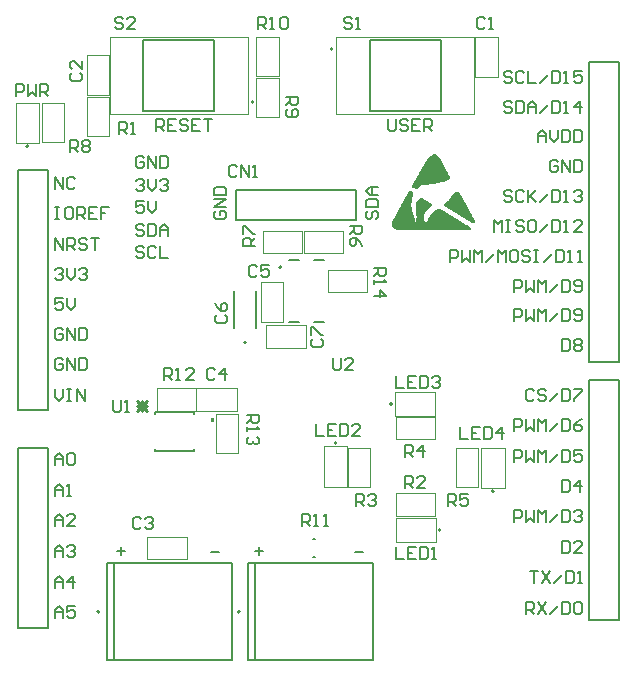
<source format=gto>
G04*
G04 #@! TF.GenerationSoftware,Altium Limited,Altium Designer,24.3.1 (35)*
G04*
G04 Layer_Color=65535*
%FSLAX25Y25*%
%MOIN*%
G70*
G04*
G04 #@! TF.SameCoordinates,DE864B26-D939-457F-A8F5-E13979E0EDEB*
G04*
G04*
G04 #@! TF.FilePolarity,Positive*
G04*
G01*
G75*
%ADD10C,0.00787*%
%ADD11C,0.00500*%
%ADD12C,0.00197*%
%ADD13C,0.00600*%
%ADD14C,0.01000*%
G36*
X-129767Y-25041D02*
X-130767D01*
Y-23541D01*
X-129767D01*
Y-25041D01*
D02*
G37*
D10*
X-90330Y99379D02*
G03*
X-90330Y99379I-394J0D01*
G01*
X-116617Y81662D02*
G03*
X-116617Y81662I-394J0D01*
G01*
X-54339Y-61000D02*
G03*
X-54339Y-61000I-394J0D01*
G01*
X-89000Y-31933D02*
G03*
X-89000Y-31933I-394J0D01*
G01*
X-70480Y-19000D02*
G03*
X-70480Y-19000I-394J0D01*
G01*
X-36617Y-48075D02*
G03*
X-36617Y-48075I-394J0D01*
G01*
X-191724Y66895D02*
G03*
X-191724Y66895I-394J0D01*
G01*
X-107424Y26601D02*
G03*
X-107424Y26601I-394J0D01*
G01*
X-119106Y1476D02*
G03*
X-119106Y1476I-394J0D01*
G01*
X-121264Y-88231D02*
G03*
X-121264Y-88231I-394J0D01*
G01*
X-168066D02*
G03*
X-168066Y-88231I-394J0D01*
G01*
X-5000Y-5000D02*
Y95000D01*
X5000Y-5000D02*
Y95000D01*
X-5000Y-5000D02*
X5000D01*
X-5000Y95000D02*
X5000D01*
X-5000Y-10984D02*
X5000D01*
X-5000Y-90984D02*
X5000D01*
Y-10984D01*
X-5000Y-90984D02*
Y-10984D01*
X-195174Y59020D02*
X-185174D01*
X-195174Y-20980D02*
X-185174D01*
Y59020D01*
X-195174Y-20980D02*
Y59020D01*
X-185174Y-93815D02*
Y-33815D01*
X-195174Y-93815D02*
X-185174D01*
X-195174D02*
Y-33815D01*
X-185174D01*
X-122500Y52500D02*
X-82500D01*
X-122500Y42500D02*
X-82500D01*
X-122500D02*
Y52500D01*
X-82500Y42500D02*
Y52500D01*
D11*
X-96894Y-64165D02*
X-96106D01*
X-96894Y-69835D02*
X-96106D01*
X-77928Y102332D02*
X-54306D01*
Y78710D02*
Y102332D01*
X-77928Y78710D02*
X-54306D01*
X-77928D02*
Y102332D01*
X-153428Y78710D02*
X-129806D01*
X-153428D02*
Y102332D01*
X-129806D01*
Y78710D02*
Y102332D01*
X-96637Y8393D02*
X-93212D01*
X-105023D02*
X-101597D01*
X-96637Y29062D02*
X-93212D01*
X-105023D02*
X-101597D01*
X-56500Y64000D02*
X-56000D01*
X-56800Y63900D02*
X-55800D01*
X-57000Y63800D02*
X-55700D01*
X-57200Y63700D02*
X-55600D01*
X-57400Y63600D02*
X-55500D01*
X-57600Y63500D02*
X-55400D01*
X-57800Y63400D02*
X-55300D01*
X-57900Y63300D02*
X-55200D01*
X-58000Y63200D02*
X-55100D01*
X-58200Y63100D02*
X-55100D01*
X-58200Y63000D02*
X-55000D01*
X-58300Y62900D02*
X-54900D01*
X-58400Y62800D02*
X-54800D01*
X-58400Y62700D02*
X-54800D01*
X-58500Y62600D02*
X-54700D01*
X-58600Y62500D02*
X-54700D01*
X-58600Y62400D02*
X-54600D01*
X-58700Y62300D02*
X-54500D01*
X-58700Y62200D02*
X-54500D01*
X-58800Y62100D02*
X-54400D01*
X-58800Y62000D02*
X-54400D01*
X-58900Y61900D02*
X-54300D01*
X-59000Y61800D02*
X-54300D01*
X-59000Y61700D02*
X-54200D01*
X-59100Y61600D02*
X-54200D01*
X-59100Y61500D02*
X-54100D01*
X-59200Y61400D02*
X-54100D01*
X-59300Y61300D02*
X-54000D01*
X-59300Y61200D02*
X-54000D01*
X-59400Y61100D02*
X-53900D01*
X-59400Y61000D02*
X-53900D01*
X-59500Y60900D02*
X-53800D01*
X-59500Y60800D02*
X-53800D01*
X-59600Y60700D02*
X-53700D01*
X-59700Y60600D02*
X-53700D01*
X-59700Y60500D02*
X-53600D01*
X-59800Y60400D02*
X-53600D01*
X-59800Y60300D02*
X-53500D01*
X-59900Y60200D02*
X-53500D01*
X-59900Y60100D02*
X-53400D01*
X-60000Y60000D02*
X-53400D01*
X-60100Y59900D02*
X-53300D01*
X-60100Y59800D02*
X-53300D01*
X-60200Y59700D02*
X-53200D01*
X-60200Y59600D02*
X-53100D01*
X-60300Y59500D02*
X-53100D01*
X-60400Y59400D02*
X-53000D01*
X-60400Y59300D02*
X-53000D01*
X-60500Y59200D02*
X-52900D01*
X-60500Y59100D02*
X-52900D01*
X-60600Y59000D02*
X-52900D01*
X-60600Y58900D02*
X-52800D01*
X-60700Y58800D02*
X-52700D01*
X-60800Y58700D02*
X-52700D01*
X-60800Y58600D02*
X-52600D01*
X-60900Y58500D02*
X-52600D01*
X-60900Y58400D02*
X-52500D01*
X-61000Y58300D02*
X-52500D01*
X-61100Y58200D02*
X-52400D01*
X-61100Y58000D02*
X-52300D01*
X-61200Y57900D02*
X-52300D01*
X-61300Y57800D02*
X-52200D01*
X-61300Y57700D02*
X-52200D01*
X-61400Y57600D02*
X-52100D01*
X-61500Y57500D02*
X-52100D01*
X-61500Y57400D02*
X-52000D01*
X-61600Y57300D02*
X-52000D01*
X-61600Y57200D02*
X-51900D01*
X-61700Y57100D02*
X-51900D01*
X-61700Y57000D02*
X-51800D01*
X-61800Y56900D02*
X-51700D01*
X-61900Y56800D02*
X-51700D01*
X-61900Y56700D02*
X-51600D01*
X-62000Y56600D02*
X-51600D01*
X-62000Y56500D02*
X-51600D01*
X-62100Y56400D02*
X-51600D01*
X-62200Y56300D02*
X-51700D01*
X-62200Y56200D02*
X-51900D01*
X-62300Y56100D02*
X-52000D01*
X-62300Y56000D02*
X-52200D01*
X-62400Y55900D02*
X-52300D01*
X-62400Y55800D02*
X-52600D01*
X-62500Y55700D02*
X-52800D01*
X-62600Y55600D02*
X-53000D01*
X-62600Y55500D02*
X-53400D01*
X-62600Y55400D02*
X-53700D01*
X-62700Y55300D02*
X-53900D01*
X-62800Y55200D02*
X-54200D01*
X-62900Y55100D02*
X-54800D01*
X-62900Y55000D02*
X-55100D01*
X-63000Y54900D02*
X-55500D01*
X-63000Y54800D02*
X-56400D01*
X-63100Y54700D02*
X-57200D01*
X-63100Y54600D02*
X-57700D01*
X-63200Y54500D02*
X-58500D01*
X-63300Y54400D02*
X-60800D01*
X-63300Y54300D02*
X-60900D01*
X-63400Y54200D02*
X-61000D01*
X-63400Y54100D02*
X-61200D01*
X-63500Y54000D02*
X-61300D01*
X-63600Y53900D02*
X-61400D01*
X-63600Y53800D02*
X-61500D01*
X-63600Y53700D02*
X-61600D01*
X-63600Y53600D02*
X-61700D01*
X-63600Y53500D02*
X-61800D01*
X-63400Y53400D02*
X-61900D01*
X-63100Y53300D02*
X-62000D01*
X-62900Y53200D02*
X-62100D01*
X-62600Y53100D02*
X-62300D01*
X-64600Y51800D02*
X-64100D01*
X-64700Y51700D02*
X-64000D01*
X-64800Y51600D02*
X-63900D01*
X-64900Y51500D02*
X-63900D01*
X-65000Y51400D02*
X-63800D01*
X-49400Y51300D02*
X-48500D01*
X-65000D02*
X-63800D01*
X-49700Y51200D02*
X-48300D01*
X-65000D02*
X-63800D01*
X-49800Y51100D02*
X-48200D01*
X-65100D02*
X-63800D01*
X-49900Y51000D02*
X-48100D01*
X-65100D02*
X-63800D01*
X-50000Y50900D02*
X-48100D01*
X-65200D02*
X-63800D01*
X-50000Y50800D02*
X-48000D01*
X-65300D02*
X-63900D01*
X-50100Y50700D02*
X-48000D01*
X-65300D02*
X-63900D01*
X-50200Y50600D02*
X-47900D01*
X-65400D02*
X-63900D01*
X-50300Y50500D02*
X-47900D01*
X-65400D02*
X-63900D01*
X-50400Y50400D02*
X-47800D01*
X-65500D02*
X-64000D01*
X-50400Y50300D02*
X-47700D01*
X-65500D02*
X-64000D01*
X-50500Y50200D02*
X-47700D01*
X-65600D02*
X-64000D01*
X-50500Y50100D02*
X-47700D01*
X-65700D02*
X-64100D01*
X-50600Y50000D02*
X-47600D01*
X-65700D02*
X-64100D01*
X-50700Y49900D02*
X-47500D01*
X-65800D02*
X-64100D01*
X-50700Y49800D02*
X-47500D01*
X-65800D02*
X-64200D01*
X-50800Y49700D02*
X-47400D01*
X-65800D02*
X-64200D01*
X-50800Y49600D02*
X-47400D01*
X-65900D02*
X-64200D01*
X-50900Y49500D02*
X-47300D01*
X-66000D02*
X-64200D01*
X-51000Y49400D02*
X-47300D01*
X-66000D02*
X-64200D01*
X-51000Y49300D02*
X-47200D01*
X-61100D02*
X-60400D01*
X-66100D02*
X-64200D01*
X-51100Y49200D02*
X-47100D01*
X-61200D02*
X-60200D01*
X-66100D02*
X-64300D01*
X-51200Y49100D02*
X-47100D01*
X-61300D02*
X-60100D01*
X-66200D02*
X-64300D01*
X-51200Y49000D02*
X-47000D01*
X-61400D02*
X-59900D01*
X-66200D02*
X-64300D01*
X-51400Y48900D02*
X-47000D01*
X-61500D02*
X-59800D01*
X-66300D02*
X-64300D01*
X-51400Y48800D02*
X-46900D01*
X-61500D02*
X-59600D01*
X-66400D02*
X-64300D01*
X-51500Y48700D02*
X-46900D01*
X-61600D02*
X-59500D01*
X-66400D02*
X-64300D01*
X-51600Y48600D02*
X-46800D01*
X-61700D02*
X-59400D01*
X-66500D02*
X-64400D01*
X-51800Y48500D02*
X-46700D01*
X-61800D02*
X-59100D01*
X-66500D02*
X-64400D01*
X-51900Y48400D02*
X-46700D01*
X-61900D02*
X-58900D01*
X-66600D02*
X-64400D01*
X-52000Y48300D02*
X-46700D01*
X-62000D02*
X-58800D01*
X-66700D02*
X-64500D01*
X-52200Y48200D02*
X-46600D01*
X-62100D02*
X-58700D01*
X-66700D02*
X-64500D01*
X-52400Y48100D02*
X-46600D01*
X-62200D02*
X-58500D01*
X-66800D02*
X-64500D01*
X-52500Y48000D02*
X-46500D01*
X-62200D02*
X-58300D01*
X-66800D02*
X-64500D01*
X-52600Y47900D02*
X-46400D01*
X-62300D02*
X-58200D01*
X-66800D02*
X-64600D01*
X-52800Y47800D02*
X-46400D01*
X-62300D02*
X-58000D01*
X-66900D02*
X-64600D01*
X-52900Y47700D02*
X-46300D01*
X-62300D02*
X-57800D01*
X-67000D02*
X-64600D01*
X-53000Y47600D02*
X-46300D01*
X-62400D02*
X-57700D01*
X-67100D02*
X-64600D01*
X-53000Y47500D02*
X-46200D01*
X-62400D02*
X-57700D01*
X-67100D02*
X-64600D01*
X-52900Y47400D02*
X-46200D01*
X-62300D02*
X-57700D01*
X-67100D02*
X-64600D01*
X-52800Y47300D02*
X-46100D01*
X-62300D02*
X-57700D01*
X-67200D02*
X-64600D01*
X-52700Y47200D02*
X-46000D01*
X-62200D02*
X-57700D01*
X-67200D02*
X-64500D01*
X-52600Y47100D02*
X-46000D01*
X-62200D02*
X-57800D01*
X-67300D02*
X-64500D01*
X-52400Y47000D02*
X-45900D01*
X-62200D02*
X-57900D01*
X-67400D02*
X-64500D01*
X-52200Y46900D02*
X-45900D01*
X-62200D02*
X-58100D01*
X-67400D02*
X-64500D01*
X-52000Y46800D02*
X-45900D01*
X-62200D02*
X-58200D01*
X-67500D02*
X-64500D01*
X-51900Y46700D02*
X-45800D01*
X-62200D02*
X-58300D01*
X-67500D02*
X-64400D01*
X-51800Y46600D02*
X-45700D01*
X-62200D02*
X-58400D01*
X-67600D02*
X-64400D01*
X-51600Y46500D02*
X-45600D01*
X-62200D02*
X-58500D01*
X-67600D02*
X-64400D01*
X-51500Y46400D02*
X-45600D01*
X-62200D02*
X-58600D01*
X-67700D02*
X-64400D01*
X-51300Y46300D02*
X-45600D01*
X-62200D02*
X-58700D01*
X-67800D02*
X-64300D01*
X-51100Y46200D02*
X-45500D01*
X-62300D02*
X-58900D01*
X-67800D02*
X-64300D01*
X-50900Y46100D02*
X-45500D01*
X-62300D02*
X-59000D01*
X-67900D02*
X-64300D01*
X-50800Y46000D02*
X-45400D01*
X-62300D02*
X-59100D01*
X-67900D02*
X-64200D01*
X-50600Y45900D02*
X-45300D01*
X-62300D02*
X-59200D01*
X-67900D02*
X-64200D01*
X-50400Y45800D02*
X-45300D01*
X-62300D02*
X-59200D01*
X-68000D02*
X-64200D01*
X-50300Y45700D02*
X-45200D01*
X-62300D02*
X-59300D01*
X-68100D02*
X-64200D01*
X-50100Y45600D02*
X-45200D01*
X-55500D02*
X-54400D01*
X-62300D02*
X-59400D01*
X-68100D02*
X-64200D01*
X-49900Y45500D02*
X-45100D01*
X-55700D02*
X-54200D01*
X-62300D02*
X-59500D01*
X-68200D02*
X-64200D01*
X-49700Y45400D02*
X-45100D01*
X-55800D02*
X-54100D01*
X-62300D02*
X-59600D01*
X-68200D02*
X-64100D01*
X-49600Y45300D02*
X-45000D01*
X-56100D02*
X-53800D01*
X-62300D02*
X-59700D01*
X-68300D02*
X-64100D01*
X-49400Y45200D02*
X-44900D01*
X-56200D02*
X-53600D01*
X-62300D02*
X-59800D01*
X-68300D02*
X-64100D01*
X-49300Y45100D02*
X-44900D01*
X-56300D02*
X-53500D01*
X-62200D02*
X-59800D01*
X-68400D02*
X-64100D01*
X-49100Y45000D02*
X-44800D01*
X-56500D02*
X-53300D01*
X-62200D02*
X-59900D01*
X-68500D02*
X-64000D01*
X-49000Y44900D02*
X-44800D01*
X-56600D02*
X-53000D01*
X-62200D02*
X-59900D01*
X-68500D02*
X-64000D01*
X-48700Y44800D02*
X-44700D01*
X-56700D02*
X-52900D01*
X-62200D02*
X-60000D01*
X-68600D02*
X-63900D01*
X-48500Y44700D02*
X-44600D01*
X-56800D02*
X-52700D01*
X-62200D02*
X-60100D01*
X-68600D02*
X-63900D01*
X-48400Y44600D02*
X-44600D01*
X-56900D02*
X-52600D01*
X-62200D02*
X-60100D01*
X-68700D02*
X-63900D01*
X-48300Y44500D02*
X-44500D01*
X-57000D02*
X-52400D01*
X-62200D02*
X-60200D01*
X-68700D02*
X-63900D01*
X-48100Y44400D02*
X-44500D01*
X-57100D02*
X-52300D01*
X-62200D02*
X-60200D01*
X-68800D02*
X-63800D01*
X-47900Y44300D02*
X-44500D01*
X-57200D02*
X-52100D01*
X-62100D02*
X-60200D01*
X-68900D02*
X-63800D01*
X-47800Y44200D02*
X-44400D01*
X-57300D02*
X-51900D01*
X-62100D02*
X-60300D01*
X-68900D02*
X-63800D01*
X-47600Y44100D02*
X-44300D01*
X-57400D02*
X-51700D01*
X-62100D02*
X-60300D01*
X-68900D02*
X-63800D01*
X-47400Y44000D02*
X-44300D01*
X-57500D02*
X-51600D01*
X-62100D02*
X-60300D01*
X-69000D02*
X-63800D01*
X-47300Y43900D02*
X-44200D01*
X-57500D02*
X-51500D01*
X-62100D02*
X-60300D01*
X-69000D02*
X-63700D01*
X-47100Y43800D02*
X-44200D01*
X-57600D02*
X-51200D01*
X-62000D02*
X-60300D01*
X-69100D02*
X-63700D01*
X-46900Y43700D02*
X-44100D01*
X-57600D02*
X-51100D01*
X-62000D02*
X-60300D01*
X-69200D02*
X-63700D01*
X-46800Y43600D02*
X-44100D01*
X-57700D02*
X-51000D01*
X-62000D02*
X-60300D01*
X-69300D02*
X-63600D01*
X-46600Y43500D02*
X-44000D01*
X-57700D02*
X-50800D01*
X-62000D02*
X-60300D01*
X-69300D02*
X-63600D01*
X-46500Y43400D02*
X-43900D01*
X-57800D02*
X-50600D01*
X-62000D02*
X-60300D01*
X-69300D02*
X-63600D01*
X-46200Y43300D02*
X-43900D01*
X-57900D02*
X-50500D01*
X-62000D02*
X-60300D01*
X-69400D02*
X-63500D01*
X-46100Y43200D02*
X-43800D01*
X-57900D02*
X-50300D01*
X-62000D02*
X-60300D01*
X-69400D02*
X-63500D01*
X-45900Y43100D02*
X-43800D01*
X-58000D02*
X-50100D01*
X-62100D02*
X-60300D01*
X-69500D02*
X-63500D01*
X-45800Y43000D02*
X-43700D01*
X-58000D02*
X-50000D01*
X-62100D02*
X-60200D01*
X-69600D02*
X-63500D01*
X-45600Y42900D02*
X-43700D01*
X-58100D02*
X-49900D01*
X-62100D02*
X-60200D01*
X-69600D02*
X-63400D01*
X-45500Y42800D02*
X-43600D01*
X-58100D02*
X-49700D01*
X-62100D02*
X-60200D01*
X-69700D02*
X-63400D01*
X-45300Y42700D02*
X-43500D01*
X-58200D02*
X-49500D01*
X-62100D02*
X-60200D01*
X-69700D02*
X-63400D01*
X-45100Y42600D02*
X-43500D01*
X-58200D02*
X-49400D01*
X-62100D02*
X-60200D01*
X-69800D02*
X-63300D01*
X-44900Y42500D02*
X-43400D01*
X-58200D02*
X-49100D01*
X-62100D02*
X-60200D01*
X-69800D02*
X-63300D01*
X-44800Y42400D02*
X-43400D01*
X-58300D02*
X-49000D01*
X-62100D02*
X-60200D01*
X-69900D02*
X-63200D01*
X-44600Y42300D02*
X-43400D01*
X-58300D02*
X-48900D01*
X-62100D02*
X-60100D01*
X-70000D02*
X-63200D01*
X-44400Y42200D02*
X-43300D01*
X-58400D02*
X-48700D01*
X-62100D02*
X-60100D01*
X-70000D02*
X-63200D01*
X-44300Y42100D02*
X-43200D01*
X-58400D02*
X-48500D01*
X-62100D02*
X-60100D01*
X-70000D02*
X-63200D01*
X-44100Y42000D02*
X-43100D01*
X-58500D02*
X-48300D01*
X-62200D02*
X-60000D01*
X-70100D02*
X-63100D01*
X-43900Y41900D02*
X-43100D01*
X-58600D02*
X-48200D01*
X-62200D02*
X-60000D01*
X-70100D02*
X-63100D01*
X-43800Y41800D02*
X-43100D01*
X-58600D02*
X-48000D01*
X-62200D02*
X-60000D01*
X-70200D02*
X-63100D01*
X-43700Y41700D02*
X-43100D01*
X-58700D02*
X-47900D01*
X-62200D02*
X-59900D01*
X-70200D02*
X-63100D01*
X-43400Y41600D02*
X-43300D01*
X-58700D02*
X-47700D01*
X-62300D02*
X-59900D01*
X-70200D02*
X-63000D01*
X-58800Y41500D02*
X-47600D01*
X-62300D02*
X-59800D01*
X-70200D02*
X-62900D01*
X-58900Y41400D02*
X-47400D01*
X-70200D02*
X-59700D01*
X-59000Y41300D02*
X-47200D01*
X-70200D02*
X-59400D01*
X-70200Y41200D02*
X-47100D01*
X-70200Y41100D02*
X-46900D01*
X-70200Y41000D02*
X-46700D01*
X-70200Y40900D02*
X-46600D01*
X-70200Y40800D02*
X-46500D01*
X-70200Y40700D02*
X-46200D01*
X-70200Y40600D02*
X-46100D01*
X-70200Y40500D02*
X-45900D01*
X-70100Y40400D02*
X-45800D01*
X-70100Y40300D02*
X-45600D01*
X-70000Y40200D02*
X-45400D01*
X-70000Y40100D02*
X-45300D01*
X-69900Y40000D02*
X-45200D01*
X-69800Y39900D02*
X-44900D01*
X-69500Y39800D02*
X-44800D01*
X-69400Y39700D02*
X-44700D01*
X-69200Y39600D02*
X-44600D01*
X-68900Y39500D02*
X-44500D01*
X-68600Y39400D02*
X-44500D01*
X-68400Y39300D02*
X-44500D01*
X-61100Y58100D02*
X-52400D01*
X-123181Y6201D02*
Y18799D01*
X-115819Y6201D02*
Y18799D01*
X-116342Y-72090D02*
X-76972D01*
Y-104373D02*
Y-72090D01*
X-116342Y-104373D02*
X-76972D01*
X-116342D02*
Y-72090D01*
X-118705Y-104373D02*
Y-72090D01*
X-116342D01*
X-118705Y-104373D02*
X-116342D01*
X-163145Y-72090D02*
X-123775D01*
Y-104373D02*
Y-72090D01*
X-163145Y-104373D02*
X-123775D01*
X-163145D02*
Y-72090D01*
X-165507Y-104373D02*
Y-72090D01*
X-163145D01*
X-165507Y-104373D02*
X-163145D01*
D12*
X-89149Y77725D02*
Y103316D01*
X-43086D01*
X-89149Y77725D02*
X-43086D01*
Y103316D01*
X-118586Y77725D02*
Y103316D01*
X-164649Y77725D02*
X-118586D01*
X-164649Y103316D02*
X-118586D01*
X-164649Y77725D02*
Y103316D01*
X-164877Y70453D02*
Y83445D01*
X-172357Y70453D02*
X-164877D01*
X-172357Y83445D02*
X-164877D01*
X-172357Y70453D02*
Y83445D01*
X-69299Y-48760D02*
X-56307D01*
Y-56240D02*
Y-48760D01*
X-69299Y-56240D02*
Y-48760D01*
Y-56240D02*
X-56307D01*
X-85251Y-46500D02*
Y-33508D01*
X-77771D01*
X-85251Y-46500D02*
X-77771D01*
Y-33508D01*
X-69299Y-23260D02*
X-56307D01*
Y-30740D02*
Y-23260D01*
X-69299Y-30740D02*
Y-23260D01*
Y-30740D02*
X-56307D01*
X-49251Y-46500D02*
Y-33508D01*
X-41771D01*
X-49251Y-46500D02*
X-41771D01*
Y-33508D01*
X-99996Y38740D02*
X-87004D01*
Y31260D02*
Y38740D01*
X-99996Y31260D02*
Y38740D01*
Y31260D02*
X-87004D01*
X-113496Y38740D02*
X-100504D01*
Y31260D02*
Y38740D01*
X-113496Y31260D02*
Y38740D01*
Y31260D02*
X-100504D01*
X-179877Y68470D02*
Y81462D01*
X-187357Y68470D02*
X-179877D01*
X-187357Y81462D02*
X-179877D01*
X-187357Y68470D02*
Y81462D01*
X-108377Y76773D02*
Y89765D01*
X-115857Y76773D02*
X-108377D01*
X-115857Y89765D02*
X-108377D01*
X-115857Y76773D02*
Y89765D01*
X-108377Y90324D02*
Y103316D01*
X-115857Y90324D02*
X-108377D01*
X-115857Y103316D02*
X-108377D01*
X-115857Y90324D02*
Y103316D01*
X-148996Y-21240D02*
X-136004D01*
X-148996D02*
Y-13760D01*
X-136004Y-21240D02*
Y-13760D01*
X-148996D02*
X-136004D01*
X-121760Y-35445D02*
Y-22453D01*
X-129240Y-35445D02*
X-121760D01*
X-129240Y-22453D02*
X-121760D01*
X-129240Y-35445D02*
Y-22453D01*
X-91996Y25740D02*
X-79004D01*
Y18260D02*
Y25740D01*
X-91996Y18260D02*
Y25740D01*
Y18260D02*
X-79004D01*
X-55913Y-64937D02*
Y-57063D01*
X-69299Y-64937D02*
X-55913D01*
X-69299Y-57063D02*
X-55913D01*
X-69299Y-64937D02*
Y-57063D01*
X-93331Y-46500D02*
X-85457D01*
X-93331D02*
Y-33114D01*
X-85457Y-46500D02*
Y-33114D01*
X-93331D02*
X-85457D01*
X-69693Y-22937D02*
Y-15063D01*
X-56307D01*
X-69693Y-22937D02*
X-56307D01*
Y-15063D01*
X-40948Y-33508D02*
X-33074D01*
Y-46894D02*
Y-33508D01*
X-40948Y-46894D02*
Y-33508D01*
Y-46894D02*
X-33074D01*
X-196054Y68076D02*
X-188180D01*
X-196054D02*
Y81462D01*
X-188180Y68076D02*
Y81462D01*
X-196054D02*
X-188180D01*
X-42857Y89930D02*
X-35377D01*
Y103316D01*
X-42857Y89930D02*
Y103316D01*
X-35377D01*
X-172357Y97406D02*
X-164877D01*
X-172357Y84021D02*
Y97406D01*
X-164877Y84021D02*
Y97406D01*
X-172357Y84021D02*
X-164877D01*
X-152193Y-70740D02*
Y-63260D01*
Y-70740D02*
X-138807D01*
X-152193Y-63260D02*
X-138807D01*
Y-70740D02*
Y-63260D01*
X-122362Y-21240D02*
Y-13760D01*
X-135748D02*
X-122362D01*
X-135748Y-21240D02*
X-122362D01*
X-135748D02*
Y-13760D01*
X-114240Y8307D02*
X-106760D01*
Y21693D01*
X-114240Y8307D02*
Y21693D01*
X-106760D01*
X-112693Y-240D02*
Y7240D01*
Y-240D02*
X-99307D01*
X-112693Y7240D02*
X-99307D01*
Y-240D02*
Y7240D01*
D13*
X-149717Y-22431D02*
Y-21631D01*
X-136517D01*
Y-34831D02*
Y-34031D01*
X-149717Y-34831D02*
X-136517D01*
X-149717D02*
Y-34031D01*
X-136517Y-22431D02*
Y-21631D01*
X-153234Y32932D02*
X-153901Y33599D01*
X-155234D01*
X-155900Y32932D01*
Y32266D01*
X-155234Y31599D01*
X-153901D01*
X-153234Y30933D01*
Y30266D01*
X-153901Y29600D01*
X-155234D01*
X-155900Y30266D01*
X-149235Y32932D02*
X-149902Y33599D01*
X-151235D01*
X-151901Y32932D01*
Y30266D01*
X-151235Y29600D01*
X-149902D01*
X-149235Y30266D01*
X-147903Y33599D02*
Y29600D01*
X-145237D01*
X-153234Y40432D02*
X-153901Y41099D01*
X-155234D01*
X-155900Y40432D01*
Y39766D01*
X-155234Y39099D01*
X-153901D01*
X-153234Y38433D01*
Y37766D01*
X-153901Y37100D01*
X-155234D01*
X-155900Y37766D01*
X-151901Y41099D02*
Y37100D01*
X-149902D01*
X-149235Y37766D01*
Y40432D01*
X-149902Y41099D01*
X-151901D01*
X-147903Y37100D02*
Y39766D01*
X-146570Y41099D01*
X-145237Y39766D01*
Y37100D01*
Y39099D01*
X-147903D01*
X-153234Y48599D02*
X-155900D01*
Y46599D01*
X-154567Y47266D01*
X-153901D01*
X-153234Y46599D01*
Y45266D01*
X-153901Y44600D01*
X-155234D01*
X-155900Y45266D01*
X-151901Y48599D02*
Y45933D01*
X-150568Y44600D01*
X-149235Y45933D01*
Y48599D01*
X-155900Y55432D02*
X-155234Y56099D01*
X-153901D01*
X-153234Y55432D01*
Y54766D01*
X-153901Y54099D01*
X-154567D01*
X-153901D01*
X-153234Y53433D01*
Y52766D01*
X-153901Y52100D01*
X-155234D01*
X-155900Y52766D01*
X-151901Y56099D02*
Y53433D01*
X-150568Y52100D01*
X-149235Y53433D01*
Y56099D01*
X-147903Y55432D02*
X-147236Y56099D01*
X-145903D01*
X-145237Y55432D01*
Y54766D01*
X-145903Y54099D01*
X-146570D01*
X-145903D01*
X-145237Y53433D01*
Y52766D01*
X-145903Y52100D01*
X-147236D01*
X-147903Y52766D01*
X-153234Y62932D02*
X-153901Y63599D01*
X-155234D01*
X-155900Y62932D01*
Y60266D01*
X-155234Y59600D01*
X-153901D01*
X-153234Y60266D01*
Y61599D01*
X-154567D01*
X-151901Y59600D02*
Y63599D01*
X-149235Y59600D01*
Y63599D01*
X-147903D02*
Y59600D01*
X-145903D01*
X-145237Y60266D01*
Y62932D01*
X-145903Y63599D01*
X-147903D01*
X-82900Y-68400D02*
X-80234D01*
X-116400Y-68067D02*
X-113734D01*
X-115067Y-66734D02*
Y-69400D01*
X-130900Y-68400D02*
X-128234D01*
X-162400Y-68067D02*
X-159734D01*
X-161067Y-66734D02*
Y-69400D01*
X-129182Y45266D02*
X-129849Y44599D01*
Y43266D01*
X-129182Y42600D01*
X-126516D01*
X-125850Y43266D01*
Y44599D01*
X-126516Y45266D01*
X-127849D01*
Y43933D01*
X-125850Y46599D02*
X-129849D01*
X-125850Y49264D01*
X-129849D01*
Y50597D02*
X-125850D01*
Y52597D01*
X-126516Y53263D01*
X-129182D01*
X-129849Y52597D01*
Y50597D01*
X-78682Y45266D02*
X-79349Y44599D01*
Y43266D01*
X-78682Y42600D01*
X-78016D01*
X-77349Y43266D01*
Y44599D01*
X-76683Y45266D01*
X-76016D01*
X-75350Y44599D01*
Y43266D01*
X-76016Y42600D01*
X-79349Y46599D02*
X-75350D01*
Y48598D01*
X-76016Y49264D01*
X-78682D01*
X-79349Y48598D01*
Y46599D01*
X-75350Y50597D02*
X-78016D01*
X-79349Y51930D01*
X-78016Y53263D01*
X-75350D01*
X-77349D01*
Y50597D01*
X-71900Y76099D02*
Y72766D01*
X-71234Y72100D01*
X-69901D01*
X-69234Y72766D01*
Y76099D01*
X-65236Y75432D02*
X-65902Y76099D01*
X-67235D01*
X-67901Y75432D01*
Y74766D01*
X-67235Y74099D01*
X-65902D01*
X-65236Y73433D01*
Y72766D01*
X-65902Y72100D01*
X-67235D01*
X-67901Y72766D01*
X-61237Y76099D02*
X-63903D01*
Y72100D01*
X-61237D01*
X-63903Y74099D02*
X-62570D01*
X-59904Y72100D02*
Y76099D01*
X-57904D01*
X-57238Y75432D01*
Y74099D01*
X-57904Y73433D01*
X-59904D01*
X-58571D02*
X-57238Y72100D01*
X-149400D02*
Y76099D01*
X-147401D01*
X-146734Y75432D01*
Y74099D01*
X-147401Y73433D01*
X-149400D01*
X-148067D02*
X-146734Y72100D01*
X-142736Y76099D02*
X-145401D01*
Y72100D01*
X-142736D01*
X-145401Y74099D02*
X-144068D01*
X-138737Y75432D02*
X-139403Y76099D01*
X-140736D01*
X-141403Y75432D01*
Y74766D01*
X-140736Y74099D01*
X-139403D01*
X-138737Y73433D01*
Y72766D01*
X-139403Y72100D01*
X-140736D01*
X-141403Y72766D01*
X-134738Y76099D02*
X-137404D01*
Y72100D01*
X-134738D01*
X-137404Y74099D02*
X-136071D01*
X-133405Y76099D02*
X-130739D01*
X-132072D01*
Y72100D01*
X-195900Y83600D02*
Y87599D01*
X-193901D01*
X-193234Y86932D01*
Y85599D01*
X-193901Y84933D01*
X-195900D01*
X-191901Y87599D02*
Y83600D01*
X-190568Y84933D01*
X-189235Y83600D01*
Y87599D01*
X-187903Y83600D02*
Y87599D01*
X-185903D01*
X-185237Y86932D01*
Y85599D01*
X-185903Y84933D01*
X-187903D01*
X-186570D02*
X-185237Y83600D01*
X-182900Y52600D02*
Y56599D01*
X-180234Y52600D01*
Y56599D01*
X-176235Y55932D02*
X-176902Y56599D01*
X-178235D01*
X-178901Y55932D01*
Y53266D01*
X-178235Y52600D01*
X-176902D01*
X-176235Y53266D01*
X-30566Y51654D02*
X-31233Y52321D01*
X-32566D01*
X-33232Y51654D01*
Y50988D01*
X-32566Y50322D01*
X-31233D01*
X-30566Y49655D01*
Y48989D01*
X-31233Y48322D01*
X-32566D01*
X-33232Y48989D01*
X-26568Y51654D02*
X-27234Y52321D01*
X-28567D01*
X-29234Y51654D01*
Y48989D01*
X-28567Y48322D01*
X-27234D01*
X-26568Y48989D01*
X-25235Y52321D02*
Y48322D01*
Y49655D01*
X-22569Y52321D01*
X-24568Y50322D01*
X-22569Y48322D01*
X-21236D02*
X-18570Y50988D01*
X-17237Y52321D02*
Y48322D01*
X-15238D01*
X-14572Y48989D01*
Y51654D01*
X-15238Y52321D01*
X-17237D01*
X-13239Y48322D02*
X-11906D01*
X-12572D01*
Y52321D01*
X-13239Y51654D01*
X-9906D02*
X-9240Y52321D01*
X-7907D01*
X-7241Y51654D01*
Y50988D01*
X-7907Y50322D01*
X-8574D01*
X-7907D01*
X-7241Y49655D01*
Y48989D01*
X-7907Y48322D01*
X-9240D01*
X-9906Y48989D01*
X-30566Y91432D02*
X-31233Y92099D01*
X-32566D01*
X-33232Y91432D01*
Y90766D01*
X-32566Y90099D01*
X-31233D01*
X-30566Y89433D01*
Y88766D01*
X-31233Y88100D01*
X-32566D01*
X-33232Y88766D01*
X-26568Y91432D02*
X-27234Y92099D01*
X-28567D01*
X-29234Y91432D01*
Y88766D01*
X-28567Y88100D01*
X-27234D01*
X-26568Y88766D01*
X-25235Y92099D02*
Y88100D01*
X-22569D01*
X-21236D02*
X-18570Y90766D01*
X-17237Y92099D02*
Y88100D01*
X-15238D01*
X-14572Y88766D01*
Y91432D01*
X-15238Y92099D01*
X-17237D01*
X-13239Y88100D02*
X-11906D01*
X-12572D01*
Y92099D01*
X-13239Y91432D01*
X-7241Y92099D02*
X-9906D01*
Y90099D01*
X-8574Y90766D01*
X-7907D01*
X-7241Y90099D01*
Y88766D01*
X-7907Y88100D01*
X-9240D01*
X-9906Y88766D01*
X-15238Y61599D02*
X-15904Y62265D01*
X-17237D01*
X-17904Y61599D01*
Y58933D01*
X-17237Y58267D01*
X-15904D01*
X-15238Y58933D01*
Y60266D01*
X-16571D01*
X-13905Y58267D02*
Y62265D01*
X-11239Y58267D01*
Y62265D01*
X-9906D02*
Y58267D01*
X-7907D01*
X-7241Y58933D01*
Y61599D01*
X-7907Y62265D01*
X-9906D01*
X-36564Y38378D02*
Y42377D01*
X-35232Y41044D01*
X-33899Y42377D01*
Y38378D01*
X-32566Y42377D02*
X-31233D01*
X-31899D01*
Y38378D01*
X-32566D01*
X-31233D01*
X-26568Y41710D02*
X-27234Y42377D01*
X-28567D01*
X-29234Y41710D01*
Y41044D01*
X-28567Y40377D01*
X-27234D01*
X-26568Y39711D01*
Y39044D01*
X-27234Y38378D01*
X-28567D01*
X-29234Y39044D01*
X-23235Y42377D02*
X-24568D01*
X-25235Y41710D01*
Y39044D01*
X-24568Y38378D01*
X-23235D01*
X-22569Y39044D01*
Y41710D01*
X-23235Y42377D01*
X-21236Y38378D02*
X-18570Y41044D01*
X-17237Y42377D02*
Y38378D01*
X-15238D01*
X-14572Y39044D01*
Y41710D01*
X-15238Y42377D01*
X-17237D01*
X-13239Y38378D02*
X-11906D01*
X-12572D01*
Y42377D01*
X-13239Y41710D01*
X-7241Y38378D02*
X-9906D01*
X-7241Y41044D01*
Y41710D01*
X-7907Y42377D01*
X-9240D01*
X-9906Y41710D01*
X-30566Y81488D02*
X-31233Y82154D01*
X-32566D01*
X-33232Y81488D01*
Y80821D01*
X-32566Y80155D01*
X-31233D01*
X-30566Y79488D01*
Y78822D01*
X-31233Y78155D01*
X-32566D01*
X-33232Y78822D01*
X-29234Y82154D02*
Y78155D01*
X-27234D01*
X-26568Y78822D01*
Y81488D01*
X-27234Y82154D01*
X-29234D01*
X-25235Y78155D02*
Y80821D01*
X-23902Y82154D01*
X-22569Y80821D01*
Y78155D01*
Y80155D01*
X-25235D01*
X-21236Y78155D02*
X-18570Y80821D01*
X-17237Y82154D02*
Y78155D01*
X-15238D01*
X-14572Y78822D01*
Y81488D01*
X-15238Y82154D01*
X-17237D01*
X-13239Y78155D02*
X-11906D01*
X-12572D01*
Y82154D01*
X-13239Y81488D01*
X-7907Y78155D02*
Y82154D01*
X-9906Y80155D01*
X-7241D01*
X-21903Y68211D02*
Y70877D01*
X-20570Y72210D01*
X-19237Y70877D01*
Y68211D01*
Y70210D01*
X-21903D01*
X-17904Y72210D02*
Y69544D01*
X-16571Y68211D01*
X-15238Y69544D01*
Y72210D01*
X-13905D02*
Y68211D01*
X-11906D01*
X-11239Y68878D01*
Y71543D01*
X-11906Y72210D01*
X-13905D01*
X-9906D02*
Y68211D01*
X-7907D01*
X-7241Y68878D01*
Y71543D01*
X-7907Y72210D01*
X-9906D01*
X-29900Y-28043D02*
Y-24044D01*
X-27901D01*
X-27234Y-24711D01*
Y-26043D01*
X-27901Y-26710D01*
X-29900D01*
X-25901Y-24044D02*
Y-28043D01*
X-24568Y-26710D01*
X-23235Y-28043D01*
Y-24044D01*
X-21903Y-28043D02*
Y-24044D01*
X-20570Y-25377D01*
X-19237Y-24044D01*
Y-28043D01*
X-17904D02*
X-15238Y-25377D01*
X-13905Y-24044D02*
Y-28043D01*
X-11906D01*
X-11239Y-27376D01*
Y-24711D01*
X-11906Y-24044D01*
X-13905D01*
X-7241D02*
X-8574Y-24711D01*
X-9906Y-26043D01*
Y-27376D01*
X-9240Y-28043D01*
X-7907D01*
X-7241Y-27376D01*
Y-26710D01*
X-7907Y-26043D01*
X-9906D01*
X-23235Y-14568D02*
X-23902Y-13901D01*
X-25235D01*
X-25901Y-14568D01*
Y-17234D01*
X-25235Y-17900D01*
X-23902D01*
X-23235Y-17234D01*
X-19237Y-14568D02*
X-19903Y-13901D01*
X-21236D01*
X-21903Y-14568D01*
Y-15234D01*
X-21236Y-15901D01*
X-19903D01*
X-19237Y-16567D01*
Y-17234D01*
X-19903Y-17900D01*
X-21236D01*
X-21903Y-17234D01*
X-17904Y-17900D02*
X-15238Y-15234D01*
X-13905Y-13901D02*
Y-17900D01*
X-11906D01*
X-11239Y-17234D01*
Y-14568D01*
X-11906Y-13901D01*
X-13905D01*
X-9906D02*
X-7241D01*
Y-14568D01*
X-9906Y-17234D01*
Y-17900D01*
X-13905Y2599D02*
Y-1400D01*
X-11906D01*
X-11239Y-734D01*
Y1932D01*
X-11906Y2599D01*
X-13905D01*
X-9906Y1932D02*
X-9240Y2599D01*
X-7907D01*
X-7241Y1932D01*
Y1266D01*
X-7907Y599D01*
X-7241Y-67D01*
Y-734D01*
X-7907Y-1400D01*
X-9240D01*
X-9906Y-734D01*
Y-67D01*
X-9240Y599D01*
X-9906Y1266D01*
Y1932D01*
X-9240Y599D02*
X-7907D01*
X-29900Y8544D02*
Y12543D01*
X-27901D01*
X-27234Y11877D01*
Y10544D01*
X-27901Y9877D01*
X-29900D01*
X-25901Y12543D02*
Y8544D01*
X-24568Y9877D01*
X-23235Y8544D01*
Y12543D01*
X-21903Y8544D02*
Y12543D01*
X-20570Y11210D01*
X-19237Y12543D01*
Y8544D01*
X-17904D02*
X-15238Y11210D01*
X-13905Y12543D02*
Y8544D01*
X-11906D01*
X-11239Y9211D01*
Y11877D01*
X-11906Y12543D01*
X-13905D01*
X-9906Y9211D02*
X-9240Y8544D01*
X-7907D01*
X-7241Y9211D01*
Y11877D01*
X-7907Y12543D01*
X-9240D01*
X-9906Y11877D01*
Y11210D01*
X-9240Y10544D01*
X-7241D01*
X-29900Y18489D02*
Y22488D01*
X-27901D01*
X-27234Y21821D01*
Y20488D01*
X-27901Y19822D01*
X-29900D01*
X-25901Y22488D02*
Y18489D01*
X-24568Y19822D01*
X-23235Y18489D01*
Y22488D01*
X-21903Y18489D02*
Y22488D01*
X-20570Y21155D01*
X-19237Y22488D01*
Y18489D01*
X-17904D02*
X-15238Y21155D01*
X-13905Y22488D02*
Y18489D01*
X-11906D01*
X-11239Y19155D01*
Y21821D01*
X-11906Y22488D01*
X-13905D01*
X-9906Y19155D02*
X-9240Y18489D01*
X-7907D01*
X-7241Y19155D01*
Y21821D01*
X-7907Y22488D01*
X-9240D01*
X-9906Y21821D01*
Y21155D01*
X-9240Y20488D01*
X-7241D01*
X-51227Y28433D02*
Y32432D01*
X-49227D01*
X-48561Y31766D01*
Y30433D01*
X-49227Y29766D01*
X-51227D01*
X-47228Y32432D02*
Y28433D01*
X-45895Y29766D01*
X-44562Y28433D01*
Y32432D01*
X-43229Y28433D02*
Y32432D01*
X-41896Y31099D01*
X-40563Y32432D01*
Y28433D01*
X-39230D02*
X-36564Y31099D01*
X-35232Y28433D02*
Y32432D01*
X-33899Y31099D01*
X-32566Y32432D01*
Y28433D01*
X-29234Y32432D02*
X-30566D01*
X-31233Y31766D01*
Y29100D01*
X-30566Y28433D01*
X-29234D01*
X-28567Y29100D01*
Y31766D01*
X-29234Y32432D01*
X-24568Y31766D02*
X-25235Y32432D01*
X-26568D01*
X-27234Y31766D01*
Y31099D01*
X-26568Y30433D01*
X-25235D01*
X-24568Y29766D01*
Y29100D01*
X-25235Y28433D01*
X-26568D01*
X-27234Y29100D01*
X-23235Y32432D02*
X-21903D01*
X-22569D01*
Y28433D01*
X-23235D01*
X-21903D01*
X-19903D02*
X-17237Y31099D01*
X-15904Y32432D02*
Y28433D01*
X-13905D01*
X-13239Y29100D01*
Y31766D01*
X-13905Y32432D01*
X-15904D01*
X-11906Y28433D02*
X-10573D01*
X-11239D01*
Y32432D01*
X-11906Y31766D01*
X-8574Y28433D02*
X-7241D01*
X-7907D01*
Y32432D01*
X-8574Y31766D01*
X-182900Y-59800D02*
Y-57134D01*
X-181567Y-55801D01*
X-180234Y-57134D01*
Y-59800D01*
Y-57801D01*
X-182900D01*
X-176235Y-59800D02*
X-178901D01*
X-176235Y-57134D01*
Y-56468D01*
X-176902Y-55801D01*
X-178235D01*
X-178901Y-56468D01*
X-182900Y-49600D02*
Y-46934D01*
X-181567Y-45601D01*
X-180234Y-46934D01*
Y-49600D01*
Y-47601D01*
X-182900D01*
X-178901Y-49600D02*
X-177568D01*
X-178235D01*
Y-45601D01*
X-178901Y-46268D01*
X-182900Y-39400D02*
Y-36734D01*
X-181567Y-35401D01*
X-180234Y-36734D01*
Y-39400D01*
Y-37401D01*
X-182900D01*
X-178901Y-36068D02*
X-178235Y-35401D01*
X-176902D01*
X-176235Y-36068D01*
Y-38734D01*
X-176902Y-39400D01*
X-178235D01*
X-178901Y-38734D01*
Y-36068D01*
X-182900Y-70000D02*
Y-67334D01*
X-181567Y-66001D01*
X-180234Y-67334D01*
Y-70000D01*
Y-68001D01*
X-182900D01*
X-178901Y-66668D02*
X-178235Y-66001D01*
X-176902D01*
X-176235Y-66668D01*
Y-67334D01*
X-176902Y-68001D01*
X-177568D01*
X-176902D01*
X-176235Y-68667D01*
Y-69334D01*
X-176902Y-70000D01*
X-178235D01*
X-178901Y-69334D01*
X-182900Y-80200D02*
Y-77534D01*
X-181567Y-76201D01*
X-180234Y-77534D01*
Y-80200D01*
Y-78201D01*
X-182900D01*
X-176902Y-80200D02*
Y-76201D01*
X-178901Y-78201D01*
X-176235D01*
X-182900Y-90400D02*
Y-87734D01*
X-181567Y-86401D01*
X-180234Y-87734D01*
Y-90400D01*
Y-88401D01*
X-182900D01*
X-176235Y-86401D02*
X-178901D01*
Y-88401D01*
X-177568Y-87734D01*
X-176902D01*
X-176235Y-88401D01*
Y-89734D01*
X-176902Y-90400D01*
X-178235D01*
X-178901Y-89734D01*
X-25901Y-88900D02*
Y-84901D01*
X-23902D01*
X-23235Y-85568D01*
Y-86901D01*
X-23902Y-87567D01*
X-25901D01*
X-24568D02*
X-23235Y-88900D01*
X-21903Y-84901D02*
X-19237Y-88900D01*
Y-84901D02*
X-21903Y-88900D01*
X-17904D02*
X-15238Y-86234D01*
X-13905Y-84901D02*
Y-88900D01*
X-11906D01*
X-11239Y-88234D01*
Y-85568D01*
X-11906Y-84901D01*
X-13905D01*
X-9906Y-85568D02*
X-9240Y-84901D01*
X-7907D01*
X-7241Y-85568D01*
Y-88234D01*
X-7907Y-88900D01*
X-9240D01*
X-9906Y-88234D01*
Y-85568D01*
X-24568Y-74758D02*
X-21903D01*
X-23235D01*
Y-78757D01*
X-20570Y-74758D02*
X-17904Y-78757D01*
Y-74758D02*
X-20570Y-78757D01*
X-16571D02*
X-13905Y-76091D01*
X-12572Y-74758D02*
Y-78757D01*
X-10573D01*
X-9906Y-78091D01*
Y-75425D01*
X-10573Y-74758D01*
X-12572D01*
X-8574Y-78757D02*
X-7241D01*
X-7907D01*
Y-74758D01*
X-8574Y-75425D01*
X-13905Y-64616D02*
Y-68614D01*
X-11906D01*
X-11239Y-67948D01*
Y-65282D01*
X-11906Y-64616D01*
X-13905D01*
X-7241Y-68614D02*
X-9906D01*
X-7241Y-65948D01*
Y-65282D01*
X-7907Y-64616D01*
X-9240D01*
X-9906Y-65282D01*
X-29900Y-58472D02*
Y-54473D01*
X-27901D01*
X-27234Y-55139D01*
Y-56472D01*
X-27901Y-57139D01*
X-29900D01*
X-25901Y-54473D02*
Y-58472D01*
X-24568Y-57139D01*
X-23235Y-58472D01*
Y-54473D01*
X-21903Y-58472D02*
Y-54473D01*
X-20570Y-55806D01*
X-19237Y-54473D01*
Y-58472D01*
X-17904D02*
X-15238Y-55806D01*
X-13905Y-54473D02*
Y-58472D01*
X-11906D01*
X-11239Y-57805D01*
Y-55139D01*
X-11906Y-54473D01*
X-13905D01*
X-9906Y-55139D02*
X-9240Y-54473D01*
X-7907D01*
X-7241Y-55139D01*
Y-55806D01*
X-7907Y-56472D01*
X-8574D01*
X-7907D01*
X-7241Y-57139D01*
Y-57805D01*
X-7907Y-58472D01*
X-9240D01*
X-9906Y-57805D01*
X-13905Y-44330D02*
Y-48329D01*
X-11906D01*
X-11239Y-47662D01*
Y-44996D01*
X-11906Y-44330D01*
X-13905D01*
X-7907Y-48329D02*
Y-44330D01*
X-9906Y-46329D01*
X-7241D01*
X-29900Y-38186D02*
Y-34187D01*
X-27901D01*
X-27234Y-34854D01*
Y-36186D01*
X-27901Y-36853D01*
X-29900D01*
X-25901Y-34187D02*
Y-38186D01*
X-24568Y-36853D01*
X-23235Y-38186D01*
Y-34187D01*
X-21903Y-38186D02*
Y-34187D01*
X-20570Y-35520D01*
X-19237Y-34187D01*
Y-38186D01*
X-17904D02*
X-15238Y-35520D01*
X-13905Y-34187D02*
Y-38186D01*
X-11906D01*
X-11239Y-37519D01*
Y-34854D01*
X-11906Y-34187D01*
X-13905D01*
X-7241D02*
X-9906D01*
Y-36186D01*
X-8574Y-35520D01*
X-7907D01*
X-7241Y-36186D01*
Y-37519D01*
X-7907Y-38186D01*
X-9240D01*
X-9906Y-37519D01*
X-182900Y-13901D02*
Y-16567D01*
X-181567Y-17900D01*
X-180234Y-16567D01*
Y-13901D01*
X-178901D02*
X-177568D01*
X-178235D01*
Y-17900D01*
X-178901D01*
X-177568D01*
X-175569D02*
Y-13901D01*
X-172903Y-17900D01*
Y-13901D01*
X-180234Y-4496D02*
X-180901Y-3830D01*
X-182234D01*
X-182900Y-4496D01*
Y-7162D01*
X-182234Y-7829D01*
X-180901D01*
X-180234Y-7162D01*
Y-5829D01*
X-181567D01*
X-178901Y-7829D02*
Y-3830D01*
X-176235Y-7829D01*
Y-3830D01*
X-174903D02*
Y-7829D01*
X-172903D01*
X-172237Y-7162D01*
Y-4496D01*
X-172903Y-3830D01*
X-174903D01*
X-180234Y5575D02*
X-180901Y6242D01*
X-182234D01*
X-182900Y5575D01*
Y2909D01*
X-182234Y2243D01*
X-180901D01*
X-180234Y2909D01*
Y4242D01*
X-181567D01*
X-178901Y2243D02*
Y6242D01*
X-176235Y2243D01*
Y6242D01*
X-174903D02*
Y2243D01*
X-172903D01*
X-172237Y2909D01*
Y5575D01*
X-172903Y6242D01*
X-174903D01*
X-180234Y16313D02*
X-182900D01*
Y14314D01*
X-181567Y14980D01*
X-180901D01*
X-180234Y14314D01*
Y12981D01*
X-180901Y12314D01*
X-182234D01*
X-182900Y12981D01*
X-178901Y16313D02*
Y13647D01*
X-177568Y12314D01*
X-176235Y13647D01*
Y16313D01*
X-182900Y25718D02*
X-182234Y26384D01*
X-180901D01*
X-180234Y25718D01*
Y25052D01*
X-180901Y24385D01*
X-181567D01*
X-180901D01*
X-180234Y23719D01*
Y23052D01*
X-180901Y22386D01*
X-182234D01*
X-182900Y23052D01*
X-178901Y26384D02*
Y23719D01*
X-177568Y22386D01*
X-176235Y23719D01*
Y26384D01*
X-174903Y25718D02*
X-174236Y26384D01*
X-172903D01*
X-172237Y25718D01*
Y25052D01*
X-172903Y24385D01*
X-173570D01*
X-172903D01*
X-172237Y23719D01*
Y23052D01*
X-172903Y22386D01*
X-174236D01*
X-174903Y23052D01*
X-182900Y32457D02*
Y36456D01*
X-180234Y32457D01*
Y36456D01*
X-178901Y32457D02*
Y36456D01*
X-176902D01*
X-176235Y35789D01*
Y34457D01*
X-176902Y33790D01*
X-178901D01*
X-177568D02*
X-176235Y32457D01*
X-172237Y35789D02*
X-172903Y36456D01*
X-174236D01*
X-174903Y35789D01*
Y35123D01*
X-174236Y34457D01*
X-172903D01*
X-172237Y33790D01*
Y33124D01*
X-172903Y32457D01*
X-174236D01*
X-174903Y33124D01*
X-170904Y36456D02*
X-168238D01*
X-169571D01*
Y32457D01*
X-182900Y46527D02*
X-181567D01*
X-182234D01*
Y42529D01*
X-182900D01*
X-181567D01*
X-177568Y46527D02*
X-178901D01*
X-179568Y45861D01*
Y43195D01*
X-178901Y42529D01*
X-177568D01*
X-176902Y43195D01*
Y45861D01*
X-177568Y46527D01*
X-175569Y42529D02*
Y46527D01*
X-173570D01*
X-172903Y45861D01*
Y44528D01*
X-173570Y43861D01*
X-175569D01*
X-174236D02*
X-172903Y42529D01*
X-168904Y46527D02*
X-171570D01*
Y42529D01*
X-168904D01*
X-171570Y44528D02*
X-170237D01*
X-164906Y46527D02*
X-167572D01*
Y44528D01*
X-166239D01*
X-167572D01*
Y42529D01*
X-90332Y-3501D02*
Y-6833D01*
X-89666Y-7499D01*
X-88333D01*
X-87666Y-6833D01*
Y-3501D01*
X-83668Y-7499D02*
X-86334D01*
X-83668Y-4834D01*
Y-4167D01*
X-84334Y-3501D01*
X-85667D01*
X-86334Y-4167D01*
X-163666Y-17501D02*
Y-20833D01*
X-162999Y-21499D01*
X-161667D01*
X-161000Y-20833D01*
Y-17501D01*
X-159667Y-21499D02*
X-158334D01*
X-159001D01*
Y-17501D01*
X-159667Y-18167D01*
X-160167Y109333D02*
X-160833Y109999D01*
X-162166D01*
X-162832Y109333D01*
Y108667D01*
X-162166Y108000D01*
X-160833D01*
X-160167Y107334D01*
Y106667D01*
X-160833Y106001D01*
X-162166D01*
X-162832Y106667D01*
X-156168Y106001D02*
X-158834D01*
X-156168Y108667D01*
Y109333D01*
X-156834Y109999D01*
X-158167D01*
X-158834Y109333D01*
X-84000D02*
X-84666Y109999D01*
X-85999D01*
X-86666Y109333D01*
Y108667D01*
X-85999Y108000D01*
X-84666D01*
X-84000Y107334D01*
Y106667D01*
X-84666Y106001D01*
X-85999D01*
X-86666Y106667D01*
X-82667Y106001D02*
X-81334D01*
X-82001D01*
Y109999D01*
X-82667Y109333D01*
X-76499Y26498D02*
X-72501D01*
Y24499D01*
X-73167Y23833D01*
X-74500D01*
X-75166Y24499D01*
Y26498D01*
Y25166D02*
X-76499Y23833D01*
Y22500D02*
Y21167D01*
Y21833D01*
X-72501D01*
X-73167Y22500D01*
X-76499Y17168D02*
X-72501D01*
X-74500Y19167D01*
Y16502D01*
X-118999Y-22502D02*
X-115001D01*
Y-24501D01*
X-115667Y-25167D01*
X-117000D01*
X-117666Y-24501D01*
Y-22502D01*
Y-23834D02*
X-118999Y-25167D01*
Y-26500D02*
Y-27833D01*
Y-27167D01*
X-115001D01*
X-115667Y-26500D01*
Y-29833D02*
X-115001Y-30499D01*
Y-31832D01*
X-115667Y-32498D01*
X-116333D01*
X-117000Y-31832D01*
Y-31166D01*
Y-31832D01*
X-117666Y-32498D01*
X-118333D01*
X-118999Y-31832D01*
Y-30499D01*
X-118333Y-29833D01*
X-146498Y-10999D02*
Y-7001D01*
X-144499D01*
X-143833Y-7667D01*
Y-9000D01*
X-144499Y-9667D01*
X-146498D01*
X-145166D02*
X-143833Y-10999D01*
X-142500D02*
X-141167D01*
X-141833D01*
Y-7001D01*
X-142500Y-7667D01*
X-136502Y-10999D02*
X-139167D01*
X-136502Y-8333D01*
Y-7667D01*
X-137168Y-7001D01*
X-138501D01*
X-139167Y-7667D01*
X-100715Y-59768D02*
Y-55769D01*
X-98715D01*
X-98049Y-56436D01*
Y-57769D01*
X-98715Y-58435D01*
X-100715D01*
X-99382D02*
X-98049Y-59768D01*
X-96716D02*
X-95383D01*
X-96049D01*
Y-55769D01*
X-96716Y-56436D01*
X-93384Y-59768D02*
X-92051D01*
X-92717D01*
Y-55769D01*
X-93384Y-56436D01*
X-115318Y106001D02*
Y109999D01*
X-113319D01*
X-112652Y109333D01*
Y108000D01*
X-113319Y107334D01*
X-115318D01*
X-113985D02*
X-112652Y106001D01*
X-111319D02*
X-109986D01*
X-110653D01*
Y109999D01*
X-111319Y109333D01*
X-107987D02*
X-107320Y109999D01*
X-105988D01*
X-105321Y109333D01*
Y106667D01*
X-105988Y106001D01*
X-107320D01*
X-107987Y106667D01*
Y109333D01*
X-105999Y83332D02*
X-102001D01*
Y81333D01*
X-102667Y80666D01*
X-104000D01*
X-104666Y81333D01*
Y83332D01*
Y81999D02*
X-105999Y80666D01*
X-105333Y79334D02*
X-105999Y78667D01*
Y77334D01*
X-105333Y76668D01*
X-102667D01*
X-102001Y77334D01*
Y78667D01*
X-102667Y79334D01*
X-103333D01*
X-104000Y78667D01*
Y76668D01*
X-177832Y65001D02*
Y68999D01*
X-175833D01*
X-175166Y68333D01*
Y67000D01*
X-175833Y66334D01*
X-177832D01*
X-176499D02*
X-175166Y65001D01*
X-173834Y68333D02*
X-173167Y68999D01*
X-171834D01*
X-171168Y68333D01*
Y67666D01*
X-171834Y67000D01*
X-171168Y66334D01*
Y65667D01*
X-171834Y65001D01*
X-173167D01*
X-173834Y65667D01*
Y66334D01*
X-173167Y67000D01*
X-173834Y67666D01*
Y68333D01*
X-173167Y67000D02*
X-171834D01*
X-116256Y33668D02*
X-120255D01*
Y35667D01*
X-119589Y36334D01*
X-118256D01*
X-117589Y35667D01*
Y33668D01*
Y35001D02*
X-116256Y36334D01*
X-120255Y37666D02*
Y40332D01*
X-119589D01*
X-116923Y37666D01*
X-116256D01*
X-84499Y40332D02*
X-80501D01*
Y38333D01*
X-81167Y37666D01*
X-82500D01*
X-83166Y38333D01*
Y40332D01*
Y38999D02*
X-84499Y37666D01*
X-80501Y33668D02*
X-81167Y35001D01*
X-82500Y36334D01*
X-83833D01*
X-84499Y35667D01*
Y34334D01*
X-83833Y33668D01*
X-83166D01*
X-82500Y34334D01*
Y36334D01*
X-51911Y-52921D02*
Y-48922D01*
X-49911D01*
X-49245Y-49589D01*
Y-50922D01*
X-49911Y-51588D01*
X-51911D01*
X-50578D02*
X-49245Y-52921D01*
X-45246Y-48922D02*
X-47912D01*
Y-50922D01*
X-46579Y-50255D01*
X-45913D01*
X-45246Y-50922D01*
Y-52255D01*
X-45913Y-52921D01*
X-47245D01*
X-47912Y-52255D01*
X-66332Y-36499D02*
Y-32501D01*
X-64333D01*
X-63666Y-33167D01*
Y-34500D01*
X-64333Y-35166D01*
X-66332D01*
X-64999D02*
X-63666Y-36499D01*
X-60334D02*
Y-32501D01*
X-62334Y-34500D01*
X-59668D01*
X-82726Y-52921D02*
Y-48922D01*
X-80727D01*
X-80060Y-49589D01*
Y-50922D01*
X-80727Y-51588D01*
X-82726D01*
X-81393D02*
X-80060Y-52921D01*
X-78727Y-49589D02*
X-78061Y-48922D01*
X-76728D01*
X-76061Y-49589D01*
Y-50255D01*
X-76728Y-50922D01*
X-77394D01*
X-76728D01*
X-76061Y-51588D01*
Y-52255D01*
X-76728Y-52921D01*
X-78061D01*
X-78727Y-52255D01*
X-66332Y-46999D02*
Y-43001D01*
X-64333D01*
X-63666Y-43667D01*
Y-45000D01*
X-64333Y-45666D01*
X-66332D01*
X-64999D02*
X-63666Y-46999D01*
X-59668D02*
X-62334D01*
X-59668Y-44334D01*
Y-43667D01*
X-60334Y-43001D01*
X-61667D01*
X-62334Y-43667D01*
X-161666Y71001D02*
Y74999D01*
X-159667D01*
X-159000Y74333D01*
Y73000D01*
X-159667Y72334D01*
X-161666D01*
X-160333D02*
X-159000Y71001D01*
X-157667D02*
X-156334D01*
X-157001D01*
Y74999D01*
X-157667Y74333D01*
X-47831Y-26501D02*
Y-30499D01*
X-45165D01*
X-41166Y-26501D02*
X-43832D01*
Y-30499D01*
X-41166D01*
X-43832Y-28500D02*
X-42499D01*
X-39834Y-26501D02*
Y-30499D01*
X-37834D01*
X-37168Y-29833D01*
Y-27167D01*
X-37834Y-26501D01*
X-39834D01*
X-33836Y-30499D02*
Y-26501D01*
X-35835Y-28500D01*
X-33169D01*
X-69331Y-9501D02*
Y-13499D01*
X-66665D01*
X-62666Y-9501D02*
X-65332D01*
Y-13499D01*
X-62666D01*
X-65332Y-11500D02*
X-63999D01*
X-61334Y-9501D02*
Y-13499D01*
X-59334D01*
X-58668Y-12833D01*
Y-10167D01*
X-59334Y-9501D01*
X-61334D01*
X-57335Y-10167D02*
X-56668Y-9501D01*
X-55335D01*
X-54669Y-10167D01*
Y-10834D01*
X-55335Y-11500D01*
X-56002D01*
X-55335D01*
X-54669Y-12167D01*
Y-12833D01*
X-55335Y-13499D01*
X-56668D01*
X-57335Y-12833D01*
X-95831Y-25501D02*
Y-29499D01*
X-93165D01*
X-89166Y-25501D02*
X-91832D01*
Y-29499D01*
X-89166D01*
X-91832Y-27500D02*
X-90499D01*
X-87833Y-25501D02*
Y-29499D01*
X-85834D01*
X-85168Y-28833D01*
Y-26167D01*
X-85834Y-25501D01*
X-87833D01*
X-81169Y-29499D02*
X-83835D01*
X-81169Y-26834D01*
Y-26167D01*
X-81836Y-25501D01*
X-83168D01*
X-83835Y-26167D01*
X-69331Y-66501D02*
Y-70499D01*
X-66665D01*
X-62666Y-66501D02*
X-65332D01*
Y-70499D01*
X-62666D01*
X-65332Y-68500D02*
X-63999D01*
X-61334Y-66501D02*
Y-70499D01*
X-59334D01*
X-58668Y-69833D01*
Y-67167D01*
X-59334Y-66501D01*
X-61334D01*
X-57335Y-70499D02*
X-56002D01*
X-56668D01*
Y-66501D01*
X-57335Y-67167D01*
X-122382Y60064D02*
X-123049Y60731D01*
X-124381D01*
X-125048Y60064D01*
Y57398D01*
X-124381Y56732D01*
X-123049D01*
X-122382Y57398D01*
X-121049Y56732D02*
Y60731D01*
X-118383Y56732D01*
Y60731D01*
X-117051Y56732D02*
X-115718D01*
X-116384D01*
Y60731D01*
X-117051Y60064D01*
X-96833Y2833D02*
X-97499Y2167D01*
Y834D01*
X-96833Y168D01*
X-94167D01*
X-93501Y834D01*
Y2167D01*
X-94167Y2833D01*
X-97499Y4166D02*
Y6832D01*
X-96833D01*
X-94167Y4166D01*
X-93501D01*
X-128833Y10834D02*
X-129499Y10167D01*
Y8834D01*
X-128833Y8168D01*
X-126167D01*
X-125501Y8834D01*
Y10167D01*
X-126167Y10834D01*
X-129499Y14832D02*
X-128833Y13499D01*
X-127500Y12167D01*
X-126167D01*
X-125501Y12833D01*
Y14166D01*
X-126167Y14832D01*
X-126833D01*
X-127500Y14166D01*
Y12167D01*
X-115666Y26833D02*
X-116333Y27499D01*
X-117666D01*
X-118332Y26833D01*
Y24167D01*
X-117666Y23501D01*
X-116333D01*
X-115666Y24167D01*
X-111668Y27499D02*
X-114333D01*
Y25500D01*
X-113001Y26166D01*
X-112334D01*
X-111668Y25500D01*
Y24167D01*
X-112334Y23501D01*
X-113667D01*
X-114333Y24167D01*
X-129604Y-7667D02*
X-130271Y-7001D01*
X-131604D01*
X-132270Y-7667D01*
Y-10333D01*
X-131604Y-10999D01*
X-130271D01*
X-129604Y-10333D01*
X-126272Y-10999D02*
Y-7001D01*
X-128271Y-9000D01*
X-125606D01*
X-154222Y-57167D02*
X-154888Y-56501D01*
X-156221D01*
X-156887Y-57167D01*
Y-59833D01*
X-156221Y-60499D01*
X-154888D01*
X-154222Y-59833D01*
X-152889Y-57167D02*
X-152222Y-56501D01*
X-150889D01*
X-150223Y-57167D01*
Y-57834D01*
X-150889Y-58500D01*
X-151556D01*
X-150889D01*
X-150223Y-59166D01*
Y-59833D01*
X-150889Y-60499D01*
X-152222D01*
X-152889Y-59833D01*
X-177333Y91334D02*
X-177999Y90667D01*
Y89334D01*
X-177333Y88668D01*
X-174667D01*
X-174001Y89334D01*
Y90667D01*
X-174667Y91334D01*
X-174001Y95332D02*
Y92667D01*
X-176666Y95332D01*
X-177333D01*
X-177999Y94666D01*
Y93333D01*
X-177333Y92667D01*
X-39652Y109310D02*
X-40319Y109976D01*
X-41651D01*
X-42318Y109310D01*
Y106644D01*
X-41651Y105978D01*
X-40319D01*
X-39652Y106644D01*
X-38319Y105978D02*
X-36986D01*
X-37653D01*
Y109976D01*
X-38319Y109310D01*
D14*
X-155500Y-17835D02*
X-152168Y-21167D01*
X-155500D02*
X-152168Y-17835D01*
X-155500Y-19501D02*
X-152168D01*
X-153834Y-21167D02*
Y-17835D01*
M02*

</source>
